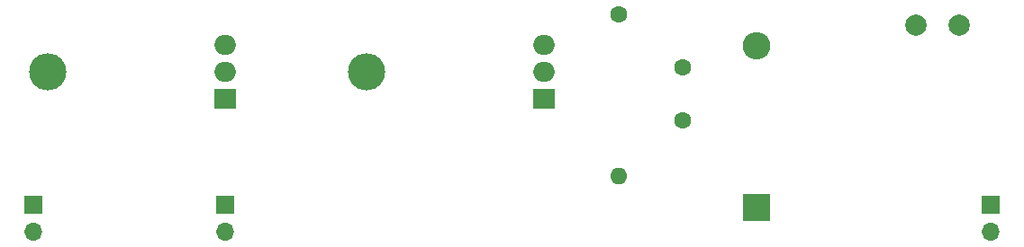
<source format=gbr>
%TF.GenerationSoftware,KiCad,Pcbnew,(5.1.10-1-10_14)*%
%TF.CreationDate,2022-02-01T15:02:41+11:00*%
%TF.ProjectId,EDUC-8 Crowbar,45445543-2d38-4204-9372-6f776261722e,rev?*%
%TF.SameCoordinates,Original*%
%TF.FileFunction,Soldermask,Top*%
%TF.FilePolarity,Negative*%
%FSLAX46Y46*%
G04 Gerber Fmt 4.6, Leading zero omitted, Abs format (unit mm)*
G04 Created by KiCad (PCBNEW (5.1.10-1-10_14)) date 2022-02-01 15:02:41*
%MOMM*%
%LPD*%
G01*
G04 APERTURE LIST*
%ADD10C,2.000000*%
%ADD11O,2.000000X1.905000*%
%ADD12R,2.000000X1.905000*%
%ADD13O,3.500000X3.500000*%
%ADD14O,1.600000X1.600000*%
%ADD15C,1.600000*%
%ADD16O,1.700000X1.700000*%
%ADD17R,1.700000X1.700000*%
%ADD18O,2.600000X2.600000*%
%ADD19R,2.600000X2.600000*%
G04 APERTURE END LIST*
D10*
%TO.C,J5*%
X187050000Y-108000000D03*
%TD*%
%TO.C,J4*%
X183000000Y-108000000D03*
%TD*%
D11*
%TO.C,Q2*%
X148000000Y-109920000D03*
X148000000Y-112460000D03*
D12*
X148000000Y-115000000D03*
D13*
X131340000Y-112460000D03*
%TD*%
D14*
%TO.C,R1*%
X155000000Y-122240000D03*
D15*
X155000000Y-107000000D03*
%TD*%
D11*
%TO.C,Q1*%
X118000000Y-109920000D03*
X118000000Y-112460000D03*
D12*
X118000000Y-115000000D03*
D13*
X101340000Y-112460000D03*
%TD*%
D16*
%TO.C,J3*%
X100000000Y-127540000D03*
D17*
X100000000Y-125000000D03*
%TD*%
D16*
%TO.C,J2*%
X118000000Y-127540000D03*
D17*
X118000000Y-125000000D03*
%TD*%
D16*
%TO.C,J1*%
X190000000Y-127540000D03*
D17*
X190000000Y-125000000D03*
%TD*%
D18*
%TO.C,D1*%
X168000000Y-110000000D03*
D19*
X168000000Y-125240000D03*
%TD*%
D15*
%TO.C,C1*%
X161000000Y-117000000D03*
X161000000Y-112000000D03*
%TD*%
M02*

</source>
